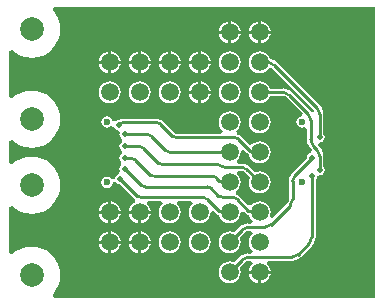
<source format=gbl>
G04*
G04 #@! TF.GenerationSoftware,Altium Limited,Altium Designer,18.1.7 (191)*
G04*
G04 Layer_Physical_Order=2*
G04 Layer_Color=16711680*
%FSLAX24Y24*%
%MOIN*%
G70*
G01*
G75*
%ADD14C,0.0236*%
%ADD16C,0.0100*%
%ADD17C,0.0100*%
%ADD21C,0.0591*%
%ADD22C,0.0787*%
%ADD23C,0.0200*%
G36*
X12350Y150D02*
X1631D01*
X1596Y250D01*
X1694Y370D01*
X1782Y535D01*
X1836Y714D01*
X1855Y900D01*
X1836Y1086D01*
X1782Y1265D01*
X1694Y1430D01*
X1575Y1575D01*
X1430Y1694D01*
X1265Y1782D01*
X1086Y1836D01*
X900Y1855D01*
X714Y1836D01*
X535Y1782D01*
X370Y1694D01*
X250Y1596D01*
X150Y1631D01*
Y3169D01*
X250Y3205D01*
X370Y3106D01*
X535Y3018D01*
X714Y2964D01*
X900Y2945D01*
X1086Y2964D01*
X1265Y3018D01*
X1430Y3106D01*
X1575Y3225D01*
X1694Y3370D01*
X1782Y3535D01*
X1836Y3714D01*
X1855Y3900D01*
X1836Y4086D01*
X1782Y4265D01*
X1694Y4430D01*
X1575Y4575D01*
X1430Y4694D01*
X1265Y4782D01*
X1086Y4836D01*
X900Y4855D01*
X714Y4836D01*
X535Y4782D01*
X370Y4694D01*
X250Y4596D01*
X150Y4631D01*
Y5369D01*
X250Y5404D01*
X370Y5306D01*
X535Y5218D01*
X714Y5164D01*
X900Y5145D01*
X1086Y5164D01*
X1265Y5218D01*
X1430Y5306D01*
X1575Y5425D01*
X1694Y5570D01*
X1782Y5735D01*
X1836Y5914D01*
X1855Y6100D01*
X1836Y6286D01*
X1782Y6465D01*
X1694Y6630D01*
X1575Y6775D01*
X1430Y6894D01*
X1265Y6982D01*
X1086Y7036D01*
X900Y7055D01*
X714Y7036D01*
X535Y6982D01*
X370Y6894D01*
X250Y6796D01*
X150Y6831D01*
Y8369D01*
X250Y8404D01*
X370Y8306D01*
X535Y8218D01*
X714Y8164D01*
X900Y8145D01*
X1086Y8164D01*
X1265Y8218D01*
X1430Y8306D01*
X1575Y8425D01*
X1694Y8570D01*
X1782Y8735D01*
X1836Y8914D01*
X1855Y9100D01*
X1836Y9286D01*
X1782Y9465D01*
X1694Y9630D01*
X1596Y9750D01*
X1631Y9850D01*
X12350D01*
Y150D01*
D02*
G37*
%LPC*%
G36*
X8550Y9362D02*
Y9050D01*
X8862D01*
X8856Y9095D01*
X8819Y9184D01*
X8761Y9261D01*
X8684Y9319D01*
X8595Y9356D01*
X8550Y9362D01*
D02*
G37*
G36*
X7550D02*
Y9050D01*
X7862D01*
X7856Y9095D01*
X7819Y9184D01*
X7761Y9261D01*
X7684Y9319D01*
X7595Y9356D01*
X7550Y9362D01*
D02*
G37*
G36*
X8450D02*
X8405Y9356D01*
X8316Y9319D01*
X8239Y9261D01*
X8181Y9184D01*
X8144Y9095D01*
X8138Y9050D01*
X8450D01*
Y9362D01*
D02*
G37*
G36*
X7450D02*
X7405Y9356D01*
X7316Y9319D01*
X7239Y9261D01*
X7181Y9184D01*
X7144Y9095D01*
X7138Y9050D01*
X7450D01*
Y9362D01*
D02*
G37*
G36*
X8862Y8950D02*
X8550D01*
Y8638D01*
X8595Y8644D01*
X8684Y8681D01*
X8761Y8739D01*
X8819Y8816D01*
X8856Y8905D01*
X8862Y8950D01*
D02*
G37*
G36*
X7862D02*
X7550D01*
Y8638D01*
X7595Y8644D01*
X7684Y8681D01*
X7761Y8739D01*
X7819Y8816D01*
X7856Y8905D01*
X7862Y8950D01*
D02*
G37*
G36*
X8450D02*
X8138D01*
X8144Y8905D01*
X8181Y8816D01*
X8239Y8739D01*
X8316Y8681D01*
X8405Y8644D01*
X8450Y8638D01*
Y8950D01*
D02*
G37*
G36*
X7450D02*
X7138D01*
X7144Y8905D01*
X7181Y8816D01*
X7239Y8739D01*
X7316Y8681D01*
X7405Y8644D01*
X7450Y8638D01*
Y8950D01*
D02*
G37*
G36*
X6550Y8362D02*
Y8050D01*
X6862D01*
X6856Y8095D01*
X6819Y8184D01*
X6761Y8261D01*
X6684Y8319D01*
X6595Y8356D01*
X6550Y8362D01*
D02*
G37*
G36*
X6450D02*
X6405Y8356D01*
X6316Y8319D01*
X6239Y8261D01*
X6181Y8184D01*
X6144Y8095D01*
X6138Y8050D01*
X6450D01*
Y8362D01*
D02*
G37*
G36*
X5550D02*
Y8050D01*
X5862D01*
X5856Y8095D01*
X5819Y8184D01*
X5761Y8261D01*
X5684Y8319D01*
X5595Y8356D01*
X5550Y8362D01*
D02*
G37*
G36*
X5450D02*
X5405Y8356D01*
X5316Y8319D01*
X5239Y8261D01*
X5181Y8184D01*
X5144Y8095D01*
X5138Y8050D01*
X5450D01*
Y8362D01*
D02*
G37*
G36*
X4550D02*
Y8050D01*
X4862D01*
X4856Y8095D01*
X4819Y8184D01*
X4761Y8261D01*
X4684Y8319D01*
X4595Y8356D01*
X4550Y8362D01*
D02*
G37*
G36*
X4450D02*
X4405Y8356D01*
X4316Y8319D01*
X4239Y8261D01*
X4181Y8184D01*
X4144Y8095D01*
X4138Y8050D01*
X4450D01*
Y8362D01*
D02*
G37*
G36*
X3550D02*
Y8050D01*
X3862D01*
X3856Y8095D01*
X3819Y8184D01*
X3761Y8261D01*
X3684Y8319D01*
X3595Y8356D01*
X3550Y8362D01*
D02*
G37*
G36*
X3450D02*
X3405Y8356D01*
X3316Y8319D01*
X3239Y8261D01*
X3181Y8184D01*
X3144Y8095D01*
X3138Y8050D01*
X3450D01*
Y8362D01*
D02*
G37*
G36*
X6862Y7950D02*
X6550D01*
Y7638D01*
X6595Y7644D01*
X6684Y7681D01*
X6761Y7739D01*
X6819Y7816D01*
X6856Y7905D01*
X6862Y7950D01*
D02*
G37*
G36*
X6450D02*
X6138D01*
X6144Y7905D01*
X6181Y7816D01*
X6239Y7739D01*
X6316Y7681D01*
X6405Y7644D01*
X6450Y7638D01*
Y7950D01*
D02*
G37*
G36*
X5862D02*
X5550D01*
Y7638D01*
X5595Y7644D01*
X5684Y7681D01*
X5761Y7739D01*
X5819Y7816D01*
X5856Y7905D01*
X5862Y7950D01*
D02*
G37*
G36*
X5450D02*
X5138D01*
X5144Y7905D01*
X5181Y7816D01*
X5239Y7739D01*
X5316Y7681D01*
X5405Y7644D01*
X5450Y7638D01*
Y7950D01*
D02*
G37*
G36*
X4862D02*
X4550D01*
Y7638D01*
X4595Y7644D01*
X4684Y7681D01*
X4761Y7739D01*
X4819Y7816D01*
X4856Y7905D01*
X4862Y7950D01*
D02*
G37*
G36*
X4450D02*
X4138D01*
X4144Y7905D01*
X4181Y7816D01*
X4239Y7739D01*
X4316Y7681D01*
X4405Y7644D01*
X4450Y7638D01*
Y7950D01*
D02*
G37*
G36*
X3862D02*
X3550D01*
Y7638D01*
X3595Y7644D01*
X3684Y7681D01*
X3761Y7739D01*
X3819Y7816D01*
X3856Y7905D01*
X3862Y7950D01*
D02*
G37*
G36*
X3450D02*
X3138D01*
X3144Y7905D01*
X3181Y7816D01*
X3239Y7739D01*
X3316Y7681D01*
X3405Y7644D01*
X3450Y7638D01*
Y7950D01*
D02*
G37*
G36*
X7500Y8368D02*
X7405Y8356D01*
X7316Y8319D01*
X7239Y8261D01*
X7181Y8184D01*
X7144Y8095D01*
X7132Y8000D01*
X7144Y7905D01*
X7181Y7816D01*
X7239Y7739D01*
X7316Y7681D01*
X7405Y7644D01*
X7500Y7632D01*
X7595Y7644D01*
X7684Y7681D01*
X7761Y7739D01*
X7819Y7816D01*
X7856Y7905D01*
X7868Y8000D01*
X7856Y8095D01*
X7819Y8184D01*
X7761Y8261D01*
X7684Y8319D01*
X7595Y8356D01*
X7500Y8368D01*
D02*
G37*
G36*
X6550Y7362D02*
Y7050D01*
X6862D01*
X6856Y7095D01*
X6819Y7184D01*
X6761Y7261D01*
X6684Y7319D01*
X6595Y7356D01*
X6550Y7362D01*
D02*
G37*
G36*
X6450D02*
X6405Y7356D01*
X6316Y7319D01*
X6239Y7261D01*
X6181Y7184D01*
X6144Y7095D01*
X6138Y7050D01*
X6450D01*
Y7362D01*
D02*
G37*
G36*
X6862Y6950D02*
X6550D01*
Y6638D01*
X6595Y6644D01*
X6684Y6681D01*
X6761Y6739D01*
X6819Y6816D01*
X6856Y6905D01*
X6862Y6950D01*
D02*
G37*
G36*
X6450D02*
X6138D01*
X6144Y6905D01*
X6181Y6816D01*
X6239Y6739D01*
X6316Y6681D01*
X6405Y6644D01*
X6450Y6638D01*
Y6950D01*
D02*
G37*
G36*
X7500Y7368D02*
X7405Y7356D01*
X7316Y7319D01*
X7239Y7261D01*
X7181Y7184D01*
X7144Y7095D01*
X7132Y7000D01*
X7144Y6905D01*
X7181Y6816D01*
X7239Y6739D01*
X7316Y6681D01*
X7405Y6644D01*
X7500Y6632D01*
X7595Y6644D01*
X7684Y6681D01*
X7761Y6739D01*
X7819Y6816D01*
X7856Y6905D01*
X7868Y7000D01*
X7856Y7095D01*
X7819Y7184D01*
X7761Y7261D01*
X7684Y7319D01*
X7595Y7356D01*
X7500Y7368D01*
D02*
G37*
G36*
X5500D02*
X5405Y7356D01*
X5316Y7319D01*
X5239Y7261D01*
X5181Y7184D01*
X5144Y7095D01*
X5132Y7000D01*
X5144Y6905D01*
X5181Y6816D01*
X5239Y6739D01*
X5316Y6681D01*
X5405Y6644D01*
X5500Y6632D01*
X5595Y6644D01*
X5684Y6681D01*
X5761Y6739D01*
X5819Y6816D01*
X5856Y6905D01*
X5868Y7000D01*
X5856Y7095D01*
X5819Y7184D01*
X5761Y7261D01*
X5684Y7319D01*
X5595Y7356D01*
X5500Y7368D01*
D02*
G37*
G36*
X4500D02*
X4405Y7356D01*
X4316Y7319D01*
X4239Y7261D01*
X4181Y7184D01*
X4144Y7095D01*
X4132Y7000D01*
X4144Y6905D01*
X4181Y6816D01*
X4239Y6739D01*
X4316Y6681D01*
X4405Y6644D01*
X4500Y6632D01*
X4595Y6644D01*
X4684Y6681D01*
X4761Y6739D01*
X4819Y6816D01*
X4856Y6905D01*
X4868Y7000D01*
X4856Y7095D01*
X4819Y7184D01*
X4761Y7261D01*
X4684Y7319D01*
X4595Y7356D01*
X4500Y7368D01*
D02*
G37*
G36*
X3500D02*
X3405Y7356D01*
X3316Y7319D01*
X3239Y7261D01*
X3181Y7184D01*
X3144Y7095D01*
X3132Y7000D01*
X3144Y6905D01*
X3181Y6816D01*
X3239Y6739D01*
X3316Y6681D01*
X3405Y6644D01*
X3500Y6632D01*
X3595Y6644D01*
X3684Y6681D01*
X3761Y6739D01*
X3819Y6816D01*
X3856Y6905D01*
X3868Y7000D01*
X3856Y7095D01*
X3819Y7184D01*
X3761Y7261D01*
X3684Y7319D01*
X3595Y7356D01*
X3500Y7368D01*
D02*
G37*
G36*
X8500Y8368D02*
X8405Y8356D01*
X8316Y8319D01*
X8239Y8261D01*
X8181Y8184D01*
X8144Y8095D01*
X8132Y8000D01*
X8144Y7905D01*
X8181Y7816D01*
X8239Y7739D01*
X8316Y7681D01*
X8405Y7644D01*
X8500Y7632D01*
X8595Y7644D01*
X8684Y7681D01*
X8761Y7739D01*
X8810Y7804D01*
X8875Y7810D01*
X8923Y7804D01*
X10322Y6405D01*
X10322Y6352D01*
X10245Y6337D01*
X10222Y6346D01*
X10200Y6375D01*
X10199Y6374D01*
X9574Y6999D01*
X9575Y7000D01*
X9488Y7067D01*
X9385Y7109D01*
X9276Y7124D01*
Y7122D01*
X8845D01*
X8819Y7184D01*
X8761Y7261D01*
X8684Y7319D01*
X8595Y7356D01*
X8500Y7368D01*
X8405Y7356D01*
X8316Y7319D01*
X8239Y7261D01*
X8181Y7184D01*
X8144Y7095D01*
X8132Y7000D01*
X8144Y6905D01*
X8181Y6816D01*
X8239Y6739D01*
X8316Y6681D01*
X8405Y6644D01*
X8500Y6632D01*
X8595Y6644D01*
X8684Y6681D01*
X8761Y6739D01*
X8819Y6816D01*
X8845Y6878D01*
X9276D01*
X9278Y6878D01*
X9344Y6865D01*
X9400Y6827D01*
X9401Y6826D01*
X9934Y6293D01*
X9922Y6243D01*
X9893Y6192D01*
X9836Y6181D01*
X9774Y6140D01*
X9732Y6077D01*
X9718Y6004D01*
X9732Y5931D01*
X9774Y5868D01*
X9836Y5827D01*
X9909Y5812D01*
X9978Y5826D01*
X9984Y5826D01*
X10078Y5770D01*
Y5424D01*
X10076D01*
X10091Y5315D01*
X10133Y5212D01*
X10200Y5125D01*
X10200Y5125D01*
X10239Y5060D01*
X10198Y4967D01*
X10181Y4963D01*
X10124Y4926D01*
X10087Y4869D01*
X10074Y4803D01*
X10074Y4803D01*
X9601Y4331D01*
X9600Y4332D01*
X9533Y4244D01*
X9491Y4142D01*
X9476Y4032D01*
X9478D01*
Y3428D01*
X9478Y3426D01*
X9465Y3360D01*
X9427Y3303D01*
X9426Y3302D01*
X8919Y2795D01*
X8834Y2852D01*
X8856Y2905D01*
X8868Y3000D01*
X8856Y3095D01*
X8819Y3184D01*
X8761Y3261D01*
X8684Y3319D01*
X8595Y3356D01*
X8500Y3368D01*
X8405Y3356D01*
X8316Y3319D01*
X8239Y3261D01*
X8237Y3257D01*
X8104Y3248D01*
X7819Y3534D01*
X7819Y3534D01*
X7756Y3582D01*
X7728Y3594D01*
X7723Y3604D01*
X7715Y3705D01*
X7761Y3739D01*
X7819Y3816D01*
X7856Y3905D01*
X7868Y4000D01*
X7856Y4095D01*
X7819Y4184D01*
X7761Y4261D01*
X7738Y4278D01*
X7772Y4378D01*
X7925D01*
X7929Y4378D01*
X7964Y4363D01*
X7966Y4361D01*
X8170Y4157D01*
X8144Y4095D01*
X8132Y4000D01*
X8144Y3905D01*
X8181Y3816D01*
X8239Y3739D01*
X8316Y3681D01*
X8405Y3644D01*
X8500Y3632D01*
X8595Y3644D01*
X8684Y3681D01*
X8761Y3739D01*
X8819Y3816D01*
X8856Y3905D01*
X8868Y4000D01*
X8856Y4095D01*
X8819Y4184D01*
X8761Y4261D01*
X8684Y4319D01*
X8595Y4356D01*
X8500Y4368D01*
X8405Y4356D01*
X8343Y4330D01*
X8139Y4534D01*
X8139Y4534D01*
X8077Y4582D01*
X8062Y4588D01*
X8019Y4606D01*
X8004Y4612D01*
X7925Y4623D01*
Y4622D01*
X7772D01*
X7738Y4722D01*
X7761Y4739D01*
X7819Y4816D01*
X7856Y4905D01*
X7868Y5000D01*
X7862Y5051D01*
X7956Y5097D01*
X8088Y4966D01*
X8087Y4966D01*
X8142Y4924D01*
X8144Y4905D01*
X8181Y4816D01*
X8239Y4739D01*
X8316Y4681D01*
X8405Y4644D01*
X8500Y4632D01*
X8595Y4644D01*
X8684Y4681D01*
X8761Y4739D01*
X8819Y4816D01*
X8856Y4905D01*
X8868Y5000D01*
X8856Y5095D01*
X8819Y5184D01*
X8761Y5261D01*
X8684Y5319D01*
X8595Y5356D01*
X8500Y5368D01*
X8405Y5356D01*
X8316Y5319D01*
X8239Y5261D01*
X8145Y5254D01*
X7866Y5534D01*
X7866Y5534D01*
X7804Y5582D01*
X7789Y5588D01*
X7749Y5605D01*
X7729Y5665D01*
X7727Y5714D01*
X7761Y5739D01*
X7819Y5816D01*
X7856Y5905D01*
X7868Y6000D01*
X7856Y6095D01*
X7819Y6184D01*
X7761Y6261D01*
X7684Y6319D01*
X7595Y6356D01*
X7500Y6368D01*
X7405Y6356D01*
X7316Y6319D01*
X7239Y6261D01*
X7181Y6184D01*
X7144Y6095D01*
X7132Y6000D01*
X7144Y5905D01*
X7181Y5816D01*
X7239Y5739D01*
X7262Y5722D01*
X7228Y5622D01*
X5699D01*
X5696Y5622D01*
X5660Y5637D01*
X5658Y5639D01*
X5264Y6034D01*
X5264Y6034D01*
X5201Y6082D01*
X5186Y6088D01*
X5143Y6106D01*
X5128Y6112D01*
X5050Y6123D01*
Y6122D01*
X3975D01*
Y6123D01*
X3896Y6112D01*
X3881Y6106D01*
X3823Y6082D01*
X3809Y6071D01*
X3800Y6073D01*
X3734Y6060D01*
X3697Y6036D01*
X3621Y6052D01*
X3588Y6069D01*
X3587Y6077D01*
X3545Y6140D01*
X3483Y6181D01*
X3409Y6196D01*
X3336Y6181D01*
X3274Y6140D01*
X3232Y6077D01*
X3218Y6004D01*
X3232Y5931D01*
X3274Y5868D01*
X3336Y5827D01*
X3409Y5812D01*
X3483Y5827D01*
X3533Y5860D01*
X3600Y5848D01*
X3640Y5834D01*
X3677Y5777D01*
X3734Y5740D01*
X3765Y5734D01*
X3812Y5691D01*
X3833Y5631D01*
X3827Y5600D01*
X3840Y5534D01*
X3877Y5477D01*
X3910Y5456D01*
X3917Y5428D01*
Y5372D01*
X3910Y5344D01*
X3877Y5323D01*
X3840Y5266D01*
X3827Y5200D01*
X3840Y5134D01*
X3877Y5077D01*
X3908Y5057D01*
X3913Y5037D01*
Y4966D01*
X3908Y4946D01*
X3877Y4926D01*
X3840Y4869D01*
X3827Y4803D01*
X3840Y4737D01*
X3872Y4689D01*
X3877Y4681D01*
X3877Y4573D01*
X3872Y4564D01*
X3840Y4516D01*
X3827Y4450D01*
X3840Y4384D01*
X3850Y4368D01*
X3850Y4365D01*
X3805Y4265D01*
X3781Y4260D01*
X3725Y4223D01*
X3687Y4166D01*
X3677Y4113D01*
X3675Y4104D01*
X3658Y4097D01*
X3577Y4084D01*
X3573Y4089D01*
X3545Y4132D01*
X3483Y4173D01*
X3409Y4188D01*
X3336Y4173D01*
X3274Y4132D01*
X3232Y4069D01*
X3218Y3996D01*
X3232Y3923D01*
X3274Y3860D01*
X3336Y3819D01*
X3409Y3804D01*
X3483Y3819D01*
X3545Y3860D01*
X3587Y3923D01*
X3599Y3987D01*
X3601Y3994D01*
X3609Y3998D01*
X3699Y4015D01*
X3704Y4008D01*
X3725Y3977D01*
X3781Y3940D01*
X3847Y3927D01*
X3848Y3927D01*
X4308Y3466D01*
X4308Y3466D01*
X4343Y3439D01*
X4342Y3350D01*
X4332Y3326D01*
X4316Y3319D01*
X4239Y3261D01*
X4181Y3184D01*
X4144Y3095D01*
X4138Y3050D01*
X4500D01*
X4862D01*
X4856Y3095D01*
X4819Y3184D01*
X4761Y3261D01*
X4738Y3278D01*
X4772Y3378D01*
X5228D01*
X5262Y3278D01*
X5239Y3261D01*
X5181Y3184D01*
X5144Y3095D01*
X5132Y3000D01*
X5144Y2905D01*
X5181Y2816D01*
X5239Y2739D01*
X5316Y2681D01*
X5405Y2644D01*
X5500Y2632D01*
X5595Y2644D01*
X5684Y2681D01*
X5761Y2739D01*
X5819Y2816D01*
X5856Y2905D01*
X5868Y3000D01*
X5856Y3095D01*
X5819Y3184D01*
X5761Y3261D01*
X5738Y3278D01*
X5772Y3378D01*
X6228D01*
X6262Y3278D01*
X6239Y3261D01*
X6181Y3184D01*
X6144Y3095D01*
X6132Y3000D01*
X6144Y2905D01*
X6181Y2816D01*
X6239Y2739D01*
X6316Y2681D01*
X6405Y2644D01*
X6500Y2632D01*
X6595Y2644D01*
X6684Y2681D01*
X6761Y2739D01*
X6819Y2816D01*
X6856Y2905D01*
X6868Y3000D01*
X6866Y3020D01*
X6961Y3066D01*
X7061Y2966D01*
X7061Y2966D01*
X7123Y2918D01*
X7143Y2910D01*
X7144Y2905D01*
X7181Y2816D01*
X7239Y2739D01*
X7316Y2681D01*
X7405Y2644D01*
X7500Y2632D01*
X7595Y2644D01*
X7684Y2681D01*
X7761Y2739D01*
X7819Y2816D01*
X7856Y2905D01*
X7868Y2997D01*
X7877Y3004D01*
X7964Y3043D01*
X8040Y2966D01*
X8040Y2966D01*
X8103Y2918D01*
X8118Y2912D01*
X8146Y2900D01*
X8181Y2816D01*
X8239Y2739D01*
X8262Y2722D01*
X8228Y2622D01*
X8124D01*
Y2624D01*
X8015Y2609D01*
X7912Y2567D01*
X7825Y2500D01*
X7826Y2499D01*
X7657Y2330D01*
X7595Y2356D01*
X7500Y2368D01*
X7405Y2356D01*
X7316Y2319D01*
X7239Y2261D01*
X7181Y2184D01*
X7144Y2095D01*
X7132Y2000D01*
X7144Y1905D01*
X7181Y1816D01*
X7239Y1739D01*
X7316Y1681D01*
X7405Y1644D01*
X7500Y1632D01*
X7595Y1644D01*
X7684Y1681D01*
X7761Y1739D01*
X7819Y1816D01*
X7856Y1905D01*
X7868Y2000D01*
X7856Y2095D01*
X7830Y2157D01*
X7999Y2326D01*
X8000Y2327D01*
X8056Y2365D01*
X8122Y2378D01*
X8124Y2378D01*
X8228D01*
X8262Y2278D01*
X8239Y2261D01*
X8181Y2184D01*
X8144Y2095D01*
X8132Y2000D01*
X8144Y1905D01*
X8181Y1816D01*
X8239Y1739D01*
X8262Y1722D01*
X8228Y1622D01*
X8124D01*
Y1624D01*
X8015Y1609D01*
X7912Y1567D01*
X7825Y1500D01*
X7826Y1499D01*
X7657Y1330D01*
X7595Y1356D01*
X7500Y1368D01*
X7405Y1356D01*
X7316Y1319D01*
X7239Y1261D01*
X7181Y1184D01*
X7144Y1095D01*
X7132Y1000D01*
X7144Y905D01*
X7181Y816D01*
X7239Y739D01*
X7316Y681D01*
X7405Y644D01*
X7500Y632D01*
X7595Y644D01*
X7684Y681D01*
X7761Y739D01*
X7819Y816D01*
X7856Y905D01*
X7868Y1000D01*
X7856Y1095D01*
X7830Y1157D01*
X7999Y1326D01*
X8000Y1327D01*
X8056Y1365D01*
X8122Y1378D01*
X8124Y1378D01*
X8228D01*
X8262Y1278D01*
X8239Y1261D01*
X8181Y1184D01*
X8144Y1095D01*
X8138Y1050D01*
X8500D01*
X8862D01*
X8856Y1095D01*
X8819Y1184D01*
X8761Y1261D01*
X8738Y1278D01*
X8772Y1378D01*
X9569D01*
Y1376D01*
X9679Y1391D01*
X9781Y1433D01*
X9869Y1500D01*
X9868Y1501D01*
X10245Y1879D01*
X10246Y1878D01*
X10314Y1966D01*
X10356Y2068D01*
X10370Y2177D01*
X10369D01*
Y4077D01*
X10369Y4077D01*
X10407Y4134D01*
X10412Y4159D01*
X10422Y4201D01*
X10500Y4236D01*
X10566Y4249D01*
X10623Y4287D01*
X10660Y4343D01*
X10673Y4409D01*
X10660Y4476D01*
X10623Y4532D01*
X10622Y4532D01*
Y4876D01*
X10624D01*
X10609Y4985D01*
X10567Y5088D01*
X10500Y5175D01*
X10500Y5175D01*
X10451Y5241D01*
X10497Y5327D01*
X10500Y5327D01*
X10566Y5340D01*
X10623Y5377D01*
X10660Y5434D01*
X10673Y5500D01*
X10660Y5566D01*
X10623Y5623D01*
X10622Y5623D01*
Y6276D01*
X10624D01*
X10609Y6385D01*
X10567Y6488D01*
X10500Y6575D01*
X10499Y6574D01*
X10499Y6574D01*
X9074Y7999D01*
X9075Y8000D01*
X8988Y8067D01*
X8885Y8109D01*
X8848Y8114D01*
X8819Y8184D01*
X8761Y8261D01*
X8684Y8319D01*
X8595Y8356D01*
X8500Y8368D01*
D02*
G37*
G36*
Y6368D02*
X8405Y6356D01*
X8316Y6319D01*
X8239Y6261D01*
X8181Y6184D01*
X8144Y6095D01*
X8132Y6000D01*
X8144Y5905D01*
X8181Y5816D01*
X8239Y5739D01*
X8316Y5681D01*
X8405Y5644D01*
X8500Y5632D01*
X8595Y5644D01*
X8684Y5681D01*
X8761Y5739D01*
X8819Y5816D01*
X8856Y5905D01*
X8868Y6000D01*
X8856Y6095D01*
X8819Y6184D01*
X8761Y6261D01*
X8684Y6319D01*
X8595Y6356D01*
X8500Y6368D01*
D02*
G37*
G36*
X3550Y3362D02*
Y3050D01*
X3862D01*
X3856Y3095D01*
X3819Y3184D01*
X3761Y3261D01*
X3684Y3319D01*
X3595Y3356D01*
X3550Y3362D01*
D02*
G37*
G36*
X3450D02*
X3405Y3356D01*
X3316Y3319D01*
X3239Y3261D01*
X3181Y3184D01*
X3144Y3095D01*
X3138Y3050D01*
X3450D01*
Y3362D01*
D02*
G37*
G36*
X4862Y2950D02*
X4550D01*
Y2638D01*
X4595Y2644D01*
X4684Y2681D01*
X4761Y2739D01*
X4819Y2816D01*
X4856Y2905D01*
X4862Y2950D01*
D02*
G37*
G36*
X3862D02*
X3550D01*
Y2638D01*
X3595Y2644D01*
X3684Y2681D01*
X3761Y2739D01*
X3819Y2816D01*
X3856Y2905D01*
X3862Y2950D01*
D02*
G37*
G36*
X4450D02*
X4138D01*
X4144Y2905D01*
X4181Y2816D01*
X4239Y2739D01*
X4316Y2681D01*
X4405Y2644D01*
X4450Y2638D01*
Y2950D01*
D02*
G37*
G36*
X3450D02*
X3138D01*
X3144Y2905D01*
X3181Y2816D01*
X3239Y2739D01*
X3316Y2681D01*
X3405Y2644D01*
X3450Y2638D01*
Y2950D01*
D02*
G37*
G36*
X4550Y2362D02*
Y2050D01*
X4862D01*
X4856Y2095D01*
X4819Y2184D01*
X4761Y2261D01*
X4684Y2319D01*
X4595Y2356D01*
X4550Y2362D01*
D02*
G37*
G36*
X3550D02*
Y2050D01*
X3862D01*
X3856Y2095D01*
X3819Y2184D01*
X3761Y2261D01*
X3684Y2319D01*
X3595Y2356D01*
X3550Y2362D01*
D02*
G37*
G36*
X3450D02*
X3405Y2356D01*
X3316Y2319D01*
X3239Y2261D01*
X3181Y2184D01*
X3144Y2095D01*
X3138Y2050D01*
X3450D01*
Y2362D01*
D02*
G37*
G36*
X4450D02*
X4405Y2356D01*
X4316Y2319D01*
X4239Y2261D01*
X4181Y2184D01*
X4144Y2095D01*
X4138Y2050D01*
X4450D01*
Y2362D01*
D02*
G37*
G36*
X3862Y1950D02*
X3550D01*
Y1638D01*
X3595Y1644D01*
X3684Y1681D01*
X3761Y1739D01*
X3819Y1816D01*
X3856Y1905D01*
X3862Y1950D01*
D02*
G37*
G36*
X4862D02*
X4550D01*
Y1638D01*
X4595Y1644D01*
X4684Y1681D01*
X4761Y1739D01*
X4819Y1816D01*
X4856Y1905D01*
X4862Y1950D01*
D02*
G37*
G36*
X4450D02*
X4138D01*
X4144Y1905D01*
X4181Y1816D01*
X4239Y1739D01*
X4316Y1681D01*
X4405Y1644D01*
X4450Y1638D01*
Y1950D01*
D02*
G37*
G36*
X3450D02*
X3138D01*
X3144Y1905D01*
X3181Y1816D01*
X3239Y1739D01*
X3316Y1681D01*
X3405Y1644D01*
X3450Y1638D01*
Y1950D01*
D02*
G37*
G36*
X6500Y2368D02*
X6405Y2356D01*
X6316Y2319D01*
X6239Y2261D01*
X6181Y2184D01*
X6144Y2095D01*
X6132Y2000D01*
X6144Y1905D01*
X6181Y1816D01*
X6239Y1739D01*
X6316Y1681D01*
X6405Y1644D01*
X6500Y1632D01*
X6595Y1644D01*
X6684Y1681D01*
X6761Y1739D01*
X6819Y1816D01*
X6856Y1905D01*
X6868Y2000D01*
X6856Y2095D01*
X6819Y2184D01*
X6761Y2261D01*
X6684Y2319D01*
X6595Y2356D01*
X6500Y2368D01*
D02*
G37*
G36*
X5500D02*
X5405Y2356D01*
X5316Y2319D01*
X5239Y2261D01*
X5181Y2184D01*
X5144Y2095D01*
X5132Y2000D01*
X5144Y1905D01*
X5181Y1816D01*
X5239Y1739D01*
X5316Y1681D01*
X5405Y1644D01*
X5500Y1632D01*
X5595Y1644D01*
X5684Y1681D01*
X5761Y1739D01*
X5819Y1816D01*
X5856Y1905D01*
X5868Y2000D01*
X5856Y2095D01*
X5819Y2184D01*
X5761Y2261D01*
X5684Y2319D01*
X5595Y2356D01*
X5500Y2368D01*
D02*
G37*
G36*
X8862Y950D02*
X8550D01*
Y638D01*
X8595Y644D01*
X8684Y681D01*
X8761Y739D01*
X8819Y816D01*
X8856Y905D01*
X8862Y950D01*
D02*
G37*
G36*
X8450D02*
X8138D01*
X8144Y905D01*
X8181Y816D01*
X8239Y739D01*
X8316Y681D01*
X8405Y644D01*
X8450Y638D01*
Y950D01*
D02*
G37*
%LPD*%
D14*
X9909Y6004D02*
D03*
Y3996D02*
D03*
X3409Y6004D02*
D03*
Y3996D02*
D03*
D16*
X10200Y6076D02*
G03*
X10112Y6288I-300J0D01*
G01*
X9488Y6912D02*
G03*
X9276Y7000I-212J-212D01*
G01*
X8053Y4447D02*
G03*
X7925Y4500I-127J-127D01*
G01*
X7211Y4544D02*
G03*
X7317Y4500I106J106D01*
G01*
X7198Y4556D02*
G03*
X7092Y4600I-106J-106D01*
G01*
X7044Y4156D02*
G03*
X6938Y4200I-106J-106D01*
G01*
X7156Y4044D02*
G03*
X7262Y4000I106J106D01*
G01*
X4603Y5147D02*
G03*
X4475Y5200I-127J-127D01*
G01*
X5097Y4653D02*
G03*
X5225Y4600I127J127D01*
G01*
X4350Y4750D02*
G03*
X4222Y4803I-127J-127D01*
G01*
X4847Y4253D02*
G03*
X4975Y4200I127J127D01*
G01*
X4547Y3903D02*
G03*
X4675Y3850I127J127D01*
G01*
X6883Y3797D02*
G03*
X6755Y3850I-127J-127D01*
G01*
X7127Y3553D02*
G03*
X7255Y3500I127J127D01*
G01*
X7732Y3447D02*
G03*
X7605Y3500I-127J-127D01*
G01*
X8127Y3053D02*
G03*
X8254Y3000I127J127D01*
G01*
X6753Y3447D02*
G03*
X6625Y3500I-127J-127D01*
G01*
X7147Y3053D02*
G03*
X7275Y3000I127J127D01*
G01*
X4395Y3553D02*
G03*
X4522Y3500I127J127D01*
G01*
X3975Y6000D02*
G03*
X3847Y5947I0J-180D01*
G01*
X5177D02*
G03*
X5050Y6000I-127J-127D01*
G01*
X5572Y5553D02*
G03*
X5699Y5500I127J127D01*
G01*
X7779Y5447D02*
G03*
X7652Y5500I-127J-127D01*
G01*
X8174Y5053D02*
G03*
X8301Y5000I127J127D01*
G01*
X4865Y5547D02*
G03*
X4738Y5600I-127J-127D01*
G01*
X5342Y5070D02*
G03*
X5512Y5000I170J170D01*
G01*
X8124Y2500D02*
G03*
X7912Y2412I0J-300D01*
G01*
X8672Y2500D02*
G03*
X8884Y2588I0J300D01*
G01*
X9688Y4244D02*
G03*
X9600Y4032I212J-212D01*
G01*
X9512Y3216D02*
G03*
X9600Y3428I-212J212D01*
G01*
X8124Y1500D02*
G03*
X7912Y1412I0J-300D01*
G01*
X9569Y1500D02*
G03*
X9782Y1588I0J300D01*
G01*
X10159Y1965D02*
G03*
X10247Y2177I-212J212D01*
G01*
X8988Y7912D02*
G03*
X8776Y8000I-212J-212D01*
G01*
X10500Y6276D02*
G03*
X10412Y6488I-300J0D01*
G01*
X10200Y5424D02*
G03*
X10288Y5212I300J0D01*
G01*
X10500Y4876D02*
G03*
X10412Y5088I-300J0D01*
G01*
X8500Y7000D02*
X9276D01*
X9488Y6912D02*
X10112Y6288D01*
X7317Y4500D02*
X7925D01*
X7211Y4544D02*
X7211Y4544D01*
X7198Y4556D02*
X7211Y4544D01*
X7198Y4556D02*
X7198Y4556D01*
X5225Y4600D02*
X7092D01*
X4975Y4200D02*
X6938D01*
X7156Y4044D02*
X7156Y4044D01*
X7044Y4156D02*
X7156Y4044D01*
X7044Y4156D02*
X7044Y4156D01*
X7262Y4000D02*
X7500D01*
X4000Y5200D02*
X4475D01*
X4603Y5147D02*
X5097Y4653D01*
X8053Y4447D02*
X8500Y4000D01*
X4000Y4803D02*
X4222D01*
X4350Y4750D02*
X4847Y4253D01*
X4675Y3850D02*
X6755D01*
X4000Y4450D02*
X4547Y3903D01*
X7255Y3500D02*
X7605D01*
X8254Y3000D02*
X8500D01*
X6883Y3797D02*
X7127Y3553D01*
X7732Y3447D02*
X8127Y3053D01*
X4522Y3500D02*
X6625D01*
X7275Y3000D02*
X7500D01*
X6753Y3447D02*
X7147Y3053D01*
X3847Y4100D02*
X4395Y3553D01*
X3975Y6000D02*
X5050D01*
X5699Y5500D02*
X7652D01*
X8301Y5000D02*
X8500D01*
X3800Y5900D02*
X3847Y5947D01*
X5177D02*
X5572Y5553D01*
X7779Y5447D02*
X8174Y5053D01*
X4000Y5600D02*
X4738D01*
X4865Y5547D02*
X5342Y5070D01*
X5512Y5000D02*
X7500D01*
X8124Y2500D02*
X8672D01*
X9600Y3428D02*
Y4032D01*
X7500Y2000D02*
X7912Y2412D01*
X8884Y2588D02*
X9512Y3216D01*
X9688Y4244D02*
X10247Y4803D01*
X8124Y1500D02*
X9569D01*
X7500Y1000D02*
X7912Y1412D01*
X9782Y1588D02*
X10159Y1965D01*
X10247Y2177D02*
Y4200D01*
X8500Y8000D02*
X8776D01*
X10500Y5500D02*
Y6276D01*
X8988Y7912D02*
X10412Y6488D01*
X10200Y5424D02*
Y6076D01*
X10500Y4409D02*
Y4876D01*
X10288Y5212D02*
X10412Y5088D01*
D17*
X7211Y4544D02*
D03*
X7198Y4556D02*
D03*
X7044Y4156D02*
D03*
X7156Y4044D02*
D03*
D21*
X6500Y2000D02*
D03*
X5500D02*
D03*
X4500D02*
D03*
X3500D02*
D03*
Y3000D02*
D03*
X4500D02*
D03*
X5500D02*
D03*
X6500D02*
D03*
X3500Y7000D02*
D03*
X4500D02*
D03*
X5500D02*
D03*
X6500D02*
D03*
Y8000D02*
D03*
X5500D02*
D03*
X4500D02*
D03*
X3500D02*
D03*
X8500D02*
D03*
Y7000D02*
D03*
Y6000D02*
D03*
Y5000D02*
D03*
Y4000D02*
D03*
Y3000D02*
D03*
Y2000D02*
D03*
Y1000D02*
D03*
X7500D02*
D03*
Y2000D02*
D03*
Y3000D02*
D03*
Y4000D02*
D03*
Y5000D02*
D03*
Y6000D02*
D03*
Y7000D02*
D03*
Y8000D02*
D03*
Y9000D02*
D03*
X8500D02*
D03*
D22*
X900Y9100D02*
D03*
Y6100D02*
D03*
Y3900D02*
D03*
Y900D02*
D03*
D23*
X4000Y4450D02*
D03*
X3847Y4100D02*
D03*
X3800Y5900D02*
D03*
X4000Y5600D02*
D03*
X10247Y4200D02*
D03*
X10500Y5500D02*
D03*
Y4409D02*
D03*
X4000Y5200D02*
D03*
Y4803D02*
D03*
X10247D02*
D03*
M02*

</source>
